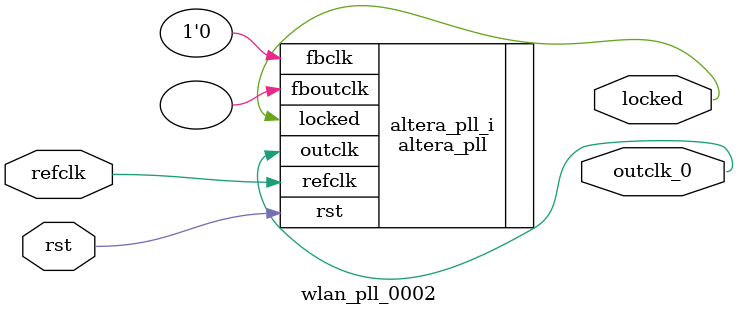
<source format=v>
`timescale 1ns/10ps
module  wlan_pll_0002(

	// interface 'refclk'
	input wire refclk,

	// interface 'reset'
	input wire rst,

	// interface 'outclk0'
	output wire outclk_0,

	// interface 'locked'
	output wire locked
);

	altera_pll #(
		.fractional_vco_multiplier("false"),
		.reference_clock_frequency("40.0 MHz"),
		.operation_mode("direct"),
		.number_of_clocks(1),
		.output_clock_frequency0("80.000000 MHz"),
		.phase_shift0("0 ps"),
		.duty_cycle0(50),
		.output_clock_frequency1("0 MHz"),
		.phase_shift1("0 ps"),
		.duty_cycle1(50),
		.output_clock_frequency2("0 MHz"),
		.phase_shift2("0 ps"),
		.duty_cycle2(50),
		.output_clock_frequency3("0 MHz"),
		.phase_shift3("0 ps"),
		.duty_cycle3(50),
		.output_clock_frequency4("0 MHz"),
		.phase_shift4("0 ps"),
		.duty_cycle4(50),
		.output_clock_frequency5("0 MHz"),
		.phase_shift5("0 ps"),
		.duty_cycle5(50),
		.output_clock_frequency6("0 MHz"),
		.phase_shift6("0 ps"),
		.duty_cycle6(50),
		.output_clock_frequency7("0 MHz"),
		.phase_shift7("0 ps"),
		.duty_cycle7(50),
		.output_clock_frequency8("0 MHz"),
		.phase_shift8("0 ps"),
		.duty_cycle8(50),
		.output_clock_frequency9("0 MHz"),
		.phase_shift9("0 ps"),
		.duty_cycle9(50),
		.output_clock_frequency10("0 MHz"),
		.phase_shift10("0 ps"),
		.duty_cycle10(50),
		.output_clock_frequency11("0 MHz"),
		.phase_shift11("0 ps"),
		.duty_cycle11(50),
		.output_clock_frequency12("0 MHz"),
		.phase_shift12("0 ps"),
		.duty_cycle12(50),
		.output_clock_frequency13("0 MHz"),
		.phase_shift13("0 ps"),
		.duty_cycle13(50),
		.output_clock_frequency14("0 MHz"),
		.phase_shift14("0 ps"),
		.duty_cycle14(50),
		.output_clock_frequency15("0 MHz"),
		.phase_shift15("0 ps"),
		.duty_cycle15(50),
		.output_clock_frequency16("0 MHz"),
		.phase_shift16("0 ps"),
		.duty_cycle16(50),
		.output_clock_frequency17("0 MHz"),
		.phase_shift17("0 ps"),
		.duty_cycle17(50),
		.pll_type("General"),
		.pll_subtype("General")
	) altera_pll_i (
		.rst	(rst),
		.outclk	({outclk_0}),
		.locked	(locked),
		.fboutclk	( ),
		.fbclk	(1'b0),
		.refclk	(refclk)
	);
endmodule


</source>
